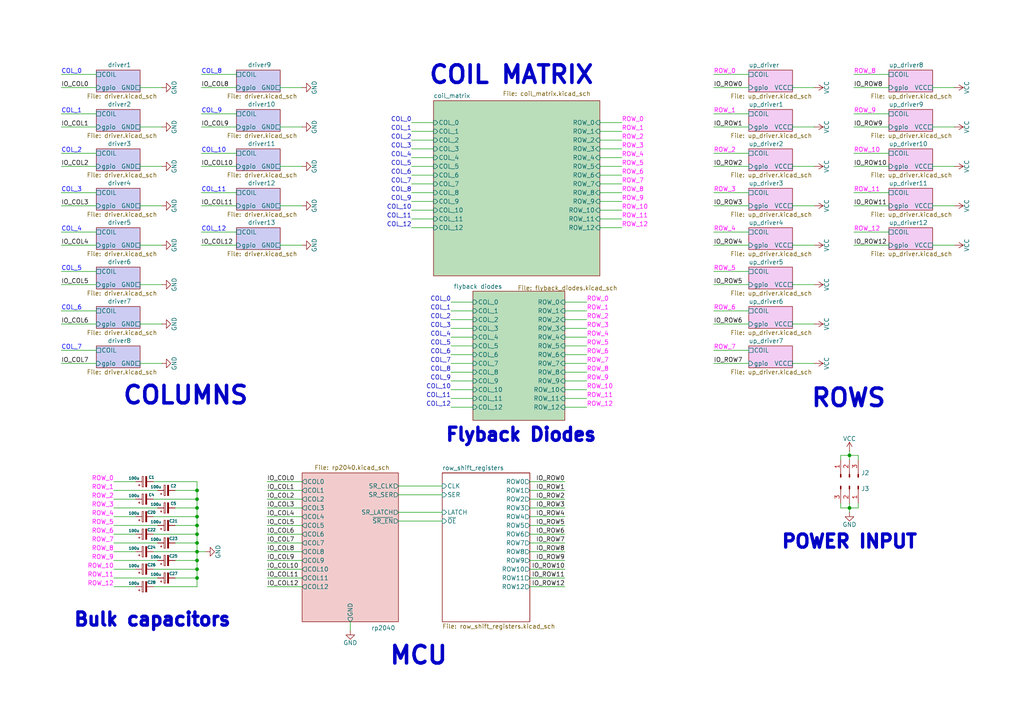
<source format=kicad_sch>
(kicad_sch (version 20231120) (generator "eeschema") (generator_version "8.0")
  (paper "A4")
  (title_block (title "Magtrix Tic Tac Toe") (date "2024-08-01") (rev "0.1") (comment 1 "Jonas Stirnemann") (comment 2 "08/2024"))
  (junction (at 57.15 152.4))
  (junction (at -119.38 57.15))
  (junction (at 57.15 147.32))
  (junction (at 57.15 165.1))
  (junction (at -133.35 73.66))
  (junction (at 57.15 149.86))
  (junction (at 57.15 154.94))
  (junction (at 57.15 157.48))
  (junction (at 57.15 167.64))
  (junction (at -128.27 105.41))
  (junction (at 246.38 147.32))
  (junction (at -143.51 73.66))
  (junction (at -119.38 115.57))
  (junction (at -143.51 105.41))
  (junction (at 57.15 142.24))
  (junction (at -133.35 57.15))
  (junction (at 57.15 160.02))
  (junction (at 246.38 132.08))
  (junction (at 57.15 162.56))
  (junction (at 57.15 144.78))
  (wire (pts (xy 17.78 93.98) (xy 27.94 93.98)))
  (wire (pts (xy 257.81 36.83) (xy 247.65 36.83)))
  (wire (pts (xy 57.15 147.32) (xy 57.15 149.86)))
  (wire (pts (xy 17.78 82.55) (xy 27.94 82.55)))
  (wire (pts (xy 137.16 90.17) (xy 130.81 90.17)))
  (wire (pts (xy 247.65 67.31) (xy 257.81 67.31)))
  (wire (pts (xy 44.45 139.7) (xy 57.15 139.7)))
  (wire (pts (xy 17.78 33.02) (xy 27.94 33.02)))
  (wire (pts (xy -143.51 59.69) (xy -143.51 57.15)))
  (wire (pts (xy 246.38 130.81) (xy 246.38 132.08)))
  (wire (pts (xy 57.15 167.64) (xy 57.15 170.18)))
  (wire (pts (xy 40.64 105.41) (xy 46.99 105.41)))
  (wire (pts (xy 125.73 53.34) (xy 119.38 53.34)))
  (wire (pts (xy 207.01 21.59) (xy 217.17 21.59)))
  (wire (pts (xy 77.47 167.64) (xy 87.63 167.64)))
  (wire (pts (xy 33.02 157.48) (xy 45.72 157.48)))
  (wire (pts (xy 115.57 151.13) (xy 128.27 151.13)))
  (wire (pts (xy 81.28 71.12) (xy 87.63 71.12)))
  (wire (pts (xy 81.28 59.69) (xy 87.63 59.69)))
  (wire (pts (xy 229.87 48.26) (xy 236.22 48.26)))
  (wire (pts (xy 153.67 142.24) (xy 163.83 142.24)))
  (wire (pts (xy 40.64 82.55) (xy 46.99 82.55)))
  (wire (pts (xy 180.34 38.1) (xy 173.99 38.1)))
  (wire (pts (xy 81.28 36.83) (xy 87.63 36.83)))
  (wire (pts (xy 57.15 160.02) (xy 57.15 162.56)))
  (wire (pts (xy 137.16 92.71) (xy 130.81 92.71)))
  (wire (pts (xy 40.64 71.12) (xy 46.99 71.12)))
  (wire (pts (xy 58.42 55.88) (xy 68.58 55.88)))
  (wire (pts (xy 229.87 36.83) (xy 236.22 36.83)))
  (wire (pts (xy 180.34 50.8) (xy 173.99 50.8)))
  (wire (pts (xy 170.18 102.87) (xy 163.83 102.87)))
  (wire (pts (xy 57.15 149.86) (xy 57.15 152.4)))
  (wire (pts (xy -143.51 66.04) (xy -143.51 64.77)))
  (wire (pts (xy 125.73 63.5) (xy 119.38 63.5)))
  (wire (pts (xy -119.38 57.15) (xy -133.35 57.15)))
  (wire (pts (xy 17.78 90.17) (xy 27.94 90.17)))
  (wire (pts (xy 217.17 105.41) (xy 207.01 105.41)))
  (wire (pts (xy -128.27 115.57) (xy -119.38 115.57)))
  (wire (pts (xy 125.73 60.96) (xy 119.38 60.96)))
  (wire (pts (xy 229.87 82.55) (xy 236.22 82.55)))
  (wire (pts (xy 153.67 162.56) (xy 163.83 162.56)))
  (wire (pts (xy 125.73 43.18) (xy 119.38 43.18)))
  (wire (pts (xy 58.42 44.45) (xy 68.58 44.45)))
  (wire (pts (xy 137.16 105.41) (xy 130.81 105.41)))
  (wire (pts (xy 125.73 48.26) (xy 119.38 48.26)))
  (wire (pts (xy 77.47 165.1) (xy 87.63 165.1)))
  (wire (pts (xy 153.67 160.02) (xy 163.83 160.02)))
  (wire (pts (xy -133.35 57.15) (xy -133.35 62.23)))
  (wire (pts (xy 246.38 147.32) (xy 246.38 146.05)))
  (wire (pts (xy 77.47 154.94) (xy 87.63 154.94)))
  (wire (pts (xy 57.15 160.02) (xy 59.69 160.02)))
  (wire (pts (xy 115.57 143.51) (xy 128.27 143.51)))
  (wire (pts (xy 17.78 59.69) (xy 27.94 59.69)))
  (wire (pts (xy 170.18 92.71) (xy 163.83 92.71)))
  (wire (pts (xy 58.42 59.69) (xy 68.58 59.69)))
  (wire (pts (xy 229.87 105.41) (xy 236.22 105.41)))
  (wire (pts (xy 217.17 36.83) (xy 207.01 36.83)))
  (wire (pts (xy 17.78 25.4) (xy 27.94 25.4)))
  (wire (pts (xy 217.17 71.12) (xy 207.01 71.12)))
  (wire (pts (xy -133.35 73.66) (xy -127 73.66)))
  (wire (pts (xy 170.18 105.41) (xy 163.83 105.41)))
  (wire (pts (xy 40.64 59.69) (xy 46.99 59.69)))
  (wire (pts (xy 153.67 149.86) (xy 163.83 149.86)))
  (wire (pts (xy 170.18 110.49) (xy 163.83 110.49)))
  (wire (pts (xy 115.57 140.97) (xy 128.27 140.97)))
  (wire (pts (xy 180.34 60.96) (xy 173.99 60.96)))
  (wire (pts (xy 243.84 133.35) (xy 243.84 132.08)))
  (wire (pts (xy 247.65 21.59) (xy 257.81 21.59)))
  (wire (pts (xy 33.02 147.32) (xy 45.72 147.32)))
  (wire (pts (xy 270.51 48.26) (xy 276.86 48.26)))
  (wire (pts (xy 137.16 113.03) (xy 130.81 113.03)))
  (wire (pts (xy 58.42 67.31) (xy 68.58 67.31)))
  (wire (pts (xy 229.87 93.98) (xy 236.22 93.98)))
  (wire (pts (xy 57.15 142.24) (xy 57.15 144.78)))
  (wire (pts (xy 17.78 48.26) (xy 27.94 48.26)))
  (wire (pts (xy 17.78 71.12) (xy 27.94 71.12)))
  (wire (pts (xy 50.8 162.56) (xy 57.15 162.56)))
  (wire (pts (xy 57.15 154.94) (xy 57.15 157.48)))
  (wire (pts (xy 170.18 107.95) (xy 163.83 107.95)))
  (wire (pts (xy -143.51 105.41) (xy -128.27 105.41)))
  (wire (pts (xy 44.45 165.1) (xy 57.15 165.1)))
  (wire (pts (xy 125.73 55.88) (xy 119.38 55.88)))
  (wire (pts (xy 17.78 105.41) (xy 27.94 105.41)))
  (wire (pts (xy 170.18 113.03) (xy 163.83 113.03)))
  (wire (pts (xy -119.38 78.74) (xy -119.38 85.09)))
  (wire (pts (xy -143.51 118.11) (xy -143.51 119.38)))
  (wire (pts (xy 81.28 25.4) (xy 87.63 25.4)))
  (wire (pts (xy 81.28 48.26) (xy 87.63 48.26)))
  (wire (pts (xy 137.16 107.95) (xy 130.81 107.95)))
  (wire (pts (xy 207.01 101.6) (xy 217.17 101.6)))
  (wire (pts (xy 77.47 152.4) (xy 87.63 152.4)))
  (wire (pts (xy 57.15 162.56) (xy 57.15 165.1)))
  (wire (pts (xy -119.38 110.49) (xy -119.38 115.57)))
  (wire (pts (xy 257.81 48.26) (xy 247.65 48.26)))
  (wire (pts (xy 248.92 133.35) (xy 248.92 132.08)))
  (wire (pts (xy 270.51 71.12) (xy 276.86 71.12)))
  (wire (pts (xy 180.34 53.34) (xy 173.99 53.34)))
  (wire (pts (xy 153.67 154.94) (xy 163.83 154.94)))
  (wire (pts (xy 77.47 139.7) (xy 87.63 139.7)))
  (wire (pts (xy 58.42 48.26) (xy 68.58 48.26)))
  (wire (pts (xy 257.81 25.4) (xy 247.65 25.4)))
  (wire (pts (xy 137.16 97.79) (xy 130.81 97.79)))
  (wire (pts (xy 207.01 44.45) (xy 217.17 44.45)))
  (wire (pts (xy 44.45 144.78) (xy 57.15 144.78)))
  (wire (pts (xy 17.78 67.31) (xy 27.94 67.31)))
  (wire (pts (xy 229.87 25.4) (xy 236.22 25.4)))
  (wire (pts (xy 170.18 100.33) (xy 163.83 100.33)))
  (wire (pts (xy 248.92 146.05) (xy 248.92 147.32)))
  (wire (pts (xy 40.64 36.83) (xy 46.99 36.83)))
  (wire (pts (xy -128.27 114.3) (xy -128.27 115.57)))
  (wire (pts (xy 217.17 25.4) (xy 207.01 25.4)))
  (wire (pts (xy -143.51 57.15) (xy -133.35 57.15)))
  (wire (pts (xy 229.87 59.69) (xy 236.22 59.69)))
  (wire (pts (xy 180.34 55.88) (xy 173.99 55.88)))
  (wire (pts (xy -133.35 67.31) (xy -133.35 73.66)))
  (wire (pts (xy 137.16 110.49) (xy 130.81 110.49)))
  (wire (pts (xy 57.15 152.4) (xy 57.15 154.94)))
  (wire (pts (xy 44.45 154.94) (xy 57.15 154.94)))
  (wire (pts (xy 77.47 170.18) (xy 87.63 170.18)))
  (wire (pts (xy -143.51 73.66) (xy -133.35 73.66)))
  (wire (pts (xy 137.16 100.33) (xy 130.81 100.33)))
  (wire (pts (xy 77.47 149.86) (xy 87.63 149.86)))
  (wire (pts (xy -119.38 57.15) (xy -119.38 68.58)))
  (wire (pts (xy -148.59 73.66) (xy -143.51 73.66)))
  (wire (pts (xy 246.38 132.08) (xy 246.38 133.35)))
  (wire (pts (xy 115.57 148.59) (xy 128.27 148.59)))
  (wire (pts (xy -119.38 57.15) (xy -116.84 57.15)))
  (wire (pts (xy 248.92 147.32) (xy 246.38 147.32)))
  (wire (pts (xy 17.78 55.88) (xy 27.94 55.88)))
  (wire (pts (xy 170.18 118.11) (xy 163.83 118.11)))
  (wire (pts (xy -143.51 105.41) (xy -143.51 106.68)))
  (wire (pts (xy 33.02 154.94) (xy 39.37 154.94)))
  (wire (pts (xy 137.16 87.63) (xy 130.81 87.63)))
  (wire (pts (xy 170.18 115.57) (xy 163.83 115.57)))
  (wire (pts (xy 153.67 157.48) (xy 163.83 157.48)))
  (wire (pts (xy 33.02 152.4) (xy 45.72 152.4)))
  (wire (pts (xy 217.17 59.69) (xy 207.01 59.69)))
  (wire (pts (xy 58.42 21.59) (xy 68.58 21.59)))
  (wire (pts (xy 125.73 66.04) (xy 119.38 66.04)))
  (wire (pts (xy 77.47 147.32) (xy 87.63 147.32)))
  (wire (pts (xy 229.87 71.12) (xy 236.22 71.12)))
  (wire (pts (xy 77.47 160.02) (xy 87.63 160.02)))
  (wire (pts (xy 33.02 170.18) (xy 39.37 170.18)))
  (wire (pts (xy 207.01 78.74) (xy 217.17 78.74)))
  (wire (pts (xy 33.02 165.1) (xy 39.37 165.1)))
  (wire (pts (xy 243.84 146.05) (xy 243.84 147.32)))
  (wire (pts (xy 17.78 36.83) (xy 27.94 36.83)))
  (wire (pts (xy 180.34 43.18) (xy 173.99 43.18)))
  (wire (pts (xy 33.02 144.78) (xy 39.37 144.78)))
  (wire (pts (xy 137.16 118.11) (xy 130.81 118.11)))
  (wire (pts (xy 153.67 170.18) (xy 163.83 170.18)))
  (wire (pts (xy 243.84 132.08) (xy 246.38 132.08)))
  (wire (pts (xy 50.8 157.48) (xy 57.15 157.48)))
  (wire (pts (xy 207.01 90.17) (xy 217.17 90.17)))
  (wire (pts (xy 50.8 142.24) (xy 57.15 142.24)))
  (wire (pts (xy 180.34 58.42) (xy 173.99 58.42)))
  (wire (pts (xy 57.15 144.78) (xy 57.15 147.32)))
  (wire (pts (xy 125.73 58.42) (xy 119.38 58.42)))
  (wire (pts (xy 58.42 25.4) (xy 68.58 25.4)))
  (wire (pts (xy 44.45 149.86) (xy 57.15 149.86)))
  (wire (pts (xy 101.6 180.34) (xy 101.6 182.88)))
  (wire (pts (xy 153.67 147.32) (xy 163.83 147.32)))
  (wire (pts (xy 17.78 21.59) (xy 27.94 21.59)))
  (wire (pts (xy 170.18 97.79) (xy 163.83 97.79)))
  (wire (pts (xy 33.02 162.56) (xy 45.72 162.56)))
  (wire (pts (xy 180.34 63.5) (xy 173.99 63.5)))
  (wire (pts (xy 207.01 55.88) (xy 217.17 55.88)))
  (wire (pts (xy 57.15 157.48) (xy 57.15 160.02)))
  (wire (pts (xy -128.27 105.41) (xy -127 105.41)))
  (wire (pts (xy 137.16 102.87) (xy 130.81 102.87)))
  (wire (pts (xy 180.34 35.56) (xy 173.99 35.56)))
  (wire (pts (xy 58.42 36.83) (xy 68.58 36.83)))
  (wire (pts (xy 217.17 82.55) (xy 207.01 82.55)))
  (wire (pts (xy 170.18 87.63) (xy 163.83 87.63)))
  (wire (pts (xy 50.8 152.4) (xy 57.15 152.4)))
  (wire (pts (xy 77.47 142.24) (xy 87.63 142.24)))
  (wire (pts (xy 248.92 132.08) (xy 246.38 132.08)))
  (wire (pts (xy 207.01 67.31) (xy 217.17 67.31)))
  (wire (pts (xy 207.01 33.02) (xy 217.17 33.02)))
  (wire (pts (xy 77.47 157.48) (xy 87.63 157.48)))
  (wire (pts (xy -119.38 92.71) (xy -119.38 100.33)))
  (wire (pts (xy 153.67 167.64) (xy 163.83 167.64)))
  (wire (pts (xy 40.64 93.98) (xy 46.99 93.98)))
  (wire (pts (xy 217.17 48.26) (xy 207.01 48.26)))
  (wire (pts (xy 33.02 160.02) (xy 39.37 160.02)))
  (wire (pts (xy 257.81 71.12) (xy 247.65 71.12)))
  (wire (pts (xy -119.38 115.57) (xy -119.38 119.38)))
  (wire (pts (xy 33.02 149.86) (xy 39.37 149.86)))
  (wire (pts (xy 247.65 55.88) (xy 257.81 55.88)))
  (wire (pts (xy 58.42 71.12) (xy 68.58 71.12)))
  (wire (pts (xy 243.84 147.32) (xy 246.38 147.32)))
  (wire (pts (xy 257.81 59.69) (xy 247.65 59.69)))
  (wire (pts (xy 58.42 33.02) (xy 68.58 33.02)))
  (wire (pts (xy 77.47 162.56) (xy 87.63 162.56)))
  (wire (pts (xy 247.65 44.45) (xy 257.81 44.45)))
  (wire (pts (xy 57.15 165.1) (xy 57.15 167.64)))
  (wire (pts (xy 170.18 95.25) (xy 163.83 95.25)))
  (wire (pts (xy 270.51 25.4) (xy 276.86 25.4)))
  (wire (pts (xy 153.67 144.78) (xy 163.83 144.78)))
  (wire (pts (xy 57.15 139.7) (xy 57.15 142.24)))
  (wire (pts (xy -148.59 105.41) (xy -143.51 105.41)))
  (wire (pts (xy 50.8 167.64) (xy 57.15 167.64)))
  (wire (pts (xy 44.45 160.02) (xy 57.15 160.02)))
  (wire (pts (xy 170.18 90.17) (xy 163.83 90.17)))
  (wire (pts (xy 180.34 40.64) (xy 173.99 40.64)))
  (wire (pts (xy 50.8 147.32) (xy 57.15 147.32)))
  (wire (pts (xy 125.73 45.72) (xy 119.38 45.72)))
  (wire (pts (xy 246.38 148.59) (xy 246.38 147.32)))
  (wire (pts (xy 137.16 115.57) (xy 130.81 115.57)))
  (wire (pts (xy 247.65 33.02) (xy 257.81 33.02)))
  (wire (pts (xy -143.51 111.76) (xy -143.51 113.03)))
  (wire (pts (xy 180.34 48.26) (xy 173.99 48.26)))
  (wire (pts (xy 125.73 50.8) (xy 119.38 50.8)))
  (wire (pts (xy 180.34 45.72) (xy 173.99 45.72)))
  (wire (pts (xy 17.78 78.74) (xy 27.94 78.74)))
  (wire (pts (xy 125.73 35.56) (xy 119.38 35.56)))
  (wire (pts (xy 217.17 93.98) (xy 207.01 93.98)))
  (wire (pts (xy -143.51 71.12) (xy -143.51 73.66)))
  (wire (pts (xy 153.67 139.7) (xy 163.83 139.7)))
  (wire (pts (xy 40.64 48.26) (xy 46.99 48.26)))
  (wire (pts (xy 77.47 144.78) (xy 87.63 144.78)))
  (wire (pts (xy 17.78 101.6) (xy 27.94 101.6)))
  (wire (pts (xy 125.73 38.1) (xy 119.38 38.1)))
  (wire (pts (xy 17.78 44.45) (xy 27.94 44.45)))
  (wire (pts (xy 270.51 59.69) (xy 276.86 59.69)))
  (wire (pts (xy 33.02 142.24) (xy 45.72 142.24)))
  (wire (pts (xy 40.64 25.4) (xy 46.99 25.4)))
  (wire (pts (xy 153.67 152.4) (xy 163.83 152.4)))
  (wire (pts (xy 180.34 66.04) (xy 173.99 66.04)))
  (wire (pts (xy 137.16 95.25) (xy 130.81 95.25)))
  (wire (pts (xy 33.02 167.64) (xy 45.72 167.64)))
  (wire (pts (xy 125.73 40.64) (xy 119.38 40.64)))
  (wire (pts (xy 44.45 170.18) (xy 57.15 170.18)))
  (wire (pts (xy 153.67 165.1) (xy 163.83 165.1)))
  (wire (pts (xy 33.02 139.7) (xy 39.37 139.7)))
  (wire (pts (xy -128.27 105.41) (xy -128.27 109.22)))
  (wire (pts (xy 270.51 36.83) (xy 276.86 36.83)))
  (text "COIL MATRIX" (at 148.336 21.844 0) (effects (font (size 5.08 5.08) (thickness 1.016) (bold yes))))
  (text "COLUMNS" (at 53.848 114.808 0) (effects (font (size 5.08 5.08) (thickness 1.016) (bold yes))))
  (text "1 ohm" (at -112.776 89.408 0) (effects (font (size 1.27 1.27))))
  (text "Bulk capacitors" (at 44.196 179.832 0) (effects (font (size 3.81 3.81) (thickness 1.016) (bold yes))))
  (text "POWER INPUT\n" (at 246.38 157.226 0) (effects (font (size 3.81 3.81) (thickness 1.016) (bold yes))))
  (text "GPIO AS OPEN DRAIN" (at -150.368 77.47 0) (effects (font (size 1.27 1.27))))
  (text "Flyback Diodes" (at 151.13 126.238 0) (effects (font (size 3.81 3.81) (thickness 1.016) (bold yes))))
  (text "MCU" (at 121.412 190.246 0) (effects (font (size 5.08 5.08) (thickness 1.016) (bold yes))))
  (text "ROWS" (at 246.126 115.57 0) (effects (font (size 5.08 5.08) (thickness 1.016) (bold yes))))
  (text "NMOS" (at -114.554 107.95 0) (effects (font (size 1.27 1.27))))
  (text "GPIO AS PUSH PULL" (at -150.876 103.632 0) (effects (font (size 1.27 1.27))))
  (label "ROW_4" (at 207.01 67.31 0))
  (label "IO_COL1" (at 77.47 142.24 0))
  (label "COL_12" (at 119.38 66.04 180))
  (label "IO_ROW1" (at 163.83 142.24 180))
  (label "ROW_6" (at 33.02 154.94 180))
  (label "IO_COL8" (at 77.47 160.02 0))
  (label "IO_COL11" (at 58.42 59.69 0))
  (label "COL_1" (at 119.38 38.1 180))
  (label "IO_COL1" (at 17.78 36.83 0))
  (label "COL_7" (at 130.81 105.41 180))
  (label "IO_ROW6" (at 207.01 93.98 0))
  (label "COL_1" (at 130.81 90.17 180))
  (label "ROW_6" (at 170.18 102.87 0))
  (label "ROW_10" (at 33.02 165.1 180))
  (label "COL_3" (at 17.78 55.88 0))
  (label "COL_6" (at 119.38 50.8 180))
  (label "IO_COL12" (at 58.42 71.12 0))
  (label "ROW_11" (at 247.65 55.88 0))
  (label "COL_2" (at 17.78 44.45 0))
  (label "ROW_11" (at 180.34 63.5 0))
  (label "IO_ROW9" (at 247.65 36.83 0))
  (label "ROW_8" (at 33.02 160.02 180))
  (label "COL_11" (at 130.81 115.57 180))
  (label "IO_ROW4" (at 163.83 149.86 180))
  (label "ROW_2" (at 33.02 144.78 180))
  (label "IO_COL3" (at 77.47 147.32 0))
  (label "ROW_7" (at 33.02 157.48 180))
  (label "COL_8" (at 58.42 21.59 0))
  (label "COL_10" (at 58.42 44.45 0))
  (label "ROW_9" (at 247.65 33.02 0))
  (label "IO_ROW0" (at 207.01 25.4 0))
  (label "ROW_11" (at 33.02 167.64 180))
  (label "ROW_7" (at 207.01 101.6 0))
  (label "IO_COL9" (at 77.47 162.56 0))
  (label "COL_9" (at 58.42 33.02 0))
  (label "COL_12" (at 58.42 67.31 0))
  (label "COL_9" (at 119.38 58.42 180))
  (label "COL_2" (at 119.38 40.64 180))
  (label "COL_8" (at 119.38 55.88 180))
  (label "COL_5" (at 119.38 48.26 180))
  (label "COL_4" (at 17.78 67.31 0))
  (label "IO_ROW3" (at 207.01 59.69 0))
  (label "IO_ROW1" (at 207.01 36.83 0))
  (label "IO_COL5" (at 17.78 82.55 0))
  (label "IO_COL11" (at 77.47 167.64 0))
  (label "COL_4" (at 119.38 45.72 180))
  (label "ROW_3" (at 33.02 147.32 180))
  (label "ROW_0" (at 207.01 21.59 0))
  (label "IO_COL0" (at 77.47 139.7 0))
  (label "ROW_3" (at 170.18 95.25 0))
  (label "COL_5" (at 17.78 78.74 0))
  (label "COL_8" (at 130.81 107.95 180))
  (label "IO_ROW8" (at 163.83 160.02 180))
  (label "ROW_5" (at 33.02 152.4 180))
  (label "IO_COL8" (at 58.42 25.4 0))
  (label "IO_ROW11" (at 247.65 59.69 0))
  (label "IO_COL5" (at 77.47 152.4 0))
  (label "IO_ROW3" (at 163.83 147.32 180))
  (label "IO_COL7" (at 77.47 157.48 0))
  (label "ROW_4" (at 170.18 97.79 0))
  (label "ROW_2" (at 207.01 44.45 0))
  (label "ROW_8" (at 170.18 107.95 0))
  (label "IO_ROW6" (at 163.83 154.94 180))
  (label "ROW_12" (at 180.34 66.04 0))
  (label "IO_ROW7" (at 207.01 105.41 0))
  (label "IO_COL4" (at 17.78 71.12 0))
  (label "ROW_1" (at 207.01 33.02 0))
  (label "COL_3" (at 119.38 43.18 180))
  (label "ROW_8" (at 180.34 55.88 0))
  (label "IO_ROW10" (at 163.83 165.1 180))
  (label "COL_3" (at 130.81 95.25 180))
  (label "IO_COL2" (at 17.78 48.26 0))
  (label "IO_ROW0" (at 163.83 139.7 180))
  (label "ROW_6" (at 180.34 50.8 0))
  (label "COL_11" (at 119.38 63.5 180))
  (label "COL_11" (at 58.42 55.88 0))
  (label "COL_9" (at 130.81 110.49 180))
  (label "IO_COL6" (at 77.47 154.94 0))
  (label "IO_COL10" (at 58.42 48.26 0))
  (label "ROW_9" (at 180.34 58.42 0))
  (label "IO_COL10" (at 77.47 165.1 0))
  (label "IO_ROW11" (at 163.83 167.64 180))
  (label "ROW_0" (at 180.34 35.56 0))
  (label "ROW_1" (at 170.18 90.17 0))
  (label "ROW_5" (at 170.18 100.33 0))
  (label "ROW_10" (at 247.65 44.45 0))
  (label "IO_COL6" (at 17.78 93.98 0))
  (label "ROW_9" (at 170.18 110.49 0))
  (label "ROW_12" (at 170.18 118.11 0))
  (label "ROW_10" (at 180.34 60.96 0))
  (label "ROW_1" (at 33.02 142.24 180))
  (label "COL_0" (at 130.81 87.63 180))
  (label "IO_ROW4" (at 207.01 71.12 0))
  (label "IO_ROW5" (at 163.83 152.4 180))
  (label "ROW_5" (at 207.01 78.74 0))
  (label "COL_7" (at 17.78 101.6 0))
  (label "ROW_10" (at 170.18 113.03 0))
  (label "ROW_2" (at 180.34 40.64 0))
  (label "ROW_9" (at 33.02 162.56 180))
  (label "ROW_1" (at 180.34 38.1 0))
  (label "COL_4" (at 130.81 97.79 180))
  (label "IO_ROW7" (at 163.83 157.48 180))
  (label "COL_6" (at 17.78 90.17 0))
  (label "IO_ROW10" (at 247.65 48.26 0))
  (label "COL_5" (at 130.81 100.33 180))
  (label "COL_10" (at 119.38 60.96 180))
  (label "ROW_12" (at 33.02 170.18 180))
  (label "IO_ROW8" (at 247.65 25.4 0))
  (label "ROW_11" (at 170.18 115.57 0))
  (label "IO_ROW2" (at 163.83 144.78 180))
  (label "ROW_5" (at 180.34 48.26 0))
  (label "ROW_12" (at 247.65 67.31 0))
  (label "COL_0" (at 17.78 21.59 0))
  (label "COL_0" (at 119.38 35.56 180))
  (label "ROW_2" (at 170.18 92.71 0))
  (label "COL_10" (at 130.81 113.03 180))
  (label "ROW_8" (at 247.65 21.59 0))
  (label "ROW_4" (at 33.02 149.86 180))
  (label "ROW_0" (at 170.18 87.63 0))
  (label "ROW_0" (at 33.02 139.7 180))
  (label "IO_COL0" (at 17.78 25.4 0))
  (label "COL_1" (at 17.78 33.02 0))
  (label "ROW_7" (at 180.34 53.34 0))
  (label "ROW_3" (at 180.34 43.18 0))
  (label "COL_12" (at 130.81 118.11 180))
  (label "IO_COL2" (at 77.47 144.78 0))
  (label "IO_ROW12" (at 247.65 71.12 0))
  (label "IO_COL7" (at 17.78 105.41 0))
  (label "IO_COL12" (at 77.47 170.18 0))
  (label "IO_ROW2" (at 207.01 48.26 0))
  (label "IO_COL4" (at 77.47 149.86 0))
  (label "IO_COL3" (at 17.78 59.69 0))
  (label "ROW_4" (at 180.34 45.72 0))
  (label "IO_ROW12" (at 163.83 170.18 180))
  (label "ROW_3" (at 207.01 55.88 0))
  (label "IO_ROW9" (at 163.83 162.56 180))
  (label "IO_COL9" (at 58.42 36.83 0))
  (label "COL_6" (at 130.81 102.87 180))
  (label "COL_7" (at 119.38 53.34 180))
  (label "IO_ROW5" (at 207.01 82.55 0))
  (label "COL_2" (at 130.81 92.71 180))
  (label "ROW_6" (at 207.01 90.17 0))
  (label "ROW_7" (at 170.18 105.41 0))
  (hierarchical_label "gpio" (shape input) (at -148.59 105.41 180))
  (hierarchical_label "VCC" (shape passive) (at -116.84 57.15 0))
  (hierarchical_label "gpio" (shape input) (at -148.59 73.66 180))
  (symbol (lib_id "power:GND") (at 46.99 71.12 90) (unit 1)
    (property "Reference" "#PWR011" (effects (hide yes)))
    (property "Value" "GND" (at 50.546 71.12 0))
    (property "Description" "Power symbol creates a global label with name \"GND\" , ground" (effects (hide yes)))
  )
  (symbol (lib_id "square_coils:top_coil") (at -119.38 88.9 0) (unit 1)
    (property "Reference" "TOP8" (at -127.508 86.36 0) (effects (justify left)))
    (property "Value" "top_coil" (at -128.016 91.186 0) (effects (justify left)))
    (property "Footprint" "libs:top_coil" (effects (hide yes)))
    (property "Description" "Electromagnetic actor" (effects (hide yes)))
  )
  (symbol (lib_id "power:GND") (at -119.38 119.38 0) (unit 1)
    (property "Reference" "#PWR024" (effects (hide yes)))
    (property "Value" "GND" (at -119.38 122.936 0))
    (property "Description" "Power symbol creates a global label with name \"GND\" , ground" (effects (hide yes)))
  )
  (symbol (lib_id "power:VCC") (at 236.22 71.12 270) (unit 1)
    (property "Reference" "#PWR063" (effects (hide yes)))
    (property "Value" "VCC" (at 239.776 71.12 0))
    (property "Description" "Power symbol creates a global label with name \"VCC\"" (effects (hide yes)))
  )
  (symbol (lib_id "Device:C_Polarized_Small") (at 48.26 157.48 90) (unit 1)
    (property "Reference" "C23" (at 50.292 156.21 90) (effects (font (size 0.8 0.8))))
    (property "Value" "100u" (at 45.212 156.464 90) (effects (font (size 0.8 0.8))))
    (property "Footprint" "BULK:CAPAE660X800N" (effects (hide yes)))
    (property "Description" "Polarized capacitor, small symbol" (effects (hide yes)))
    (property "MFR" "VZL101M1ETR-0607 " (effects (hide yes)))
    (property "MOUSER" "140-VZL101M1ETR-0607 " (effects (hide yes)))
  )
  (symbol (lib_id "power:VCC") (at 276.86 25.4 270) (unit 1)
    (property "Reference" "#PWR067" (effects (hide yes)))
    (property "Value" "VCC" (at 280.416 25.4 0))
    (property "Description" "Power symbol creates a global label with name \"VCC\"" (effects (hide yes)))
  )
  (symbol (lib_id "Simulation_SPICE:NMOS") (at -121.92 105.41 0) (unit 1)
    (property "Reference" "Q14" (at -117.348 103.378 0) (effects (justify left)))
    (property "Value" "BUK6D120" (at -117.348 105.41 0) (effects (justify left)))
    (property "Footprint" "TRANSISTOR_NMOS:TRANS_BUK9D23-40EX" (effects (hide yes)))
    (property "Datasheet" "https://www.lcsc.com/datasheet/lcsc_datasheet_2305191651_MDD-Microdiode-Electronics-MDD50N03D_C5357578.pdf" (effects (hide yes)))
    (property "MOUSER" " 771-BUK6D120-40EX " (effects (hide yes)))
    (property "MFR" " BUK6D120-40EX " (effects (hide yes)))
  )
  (symbol (lib_id "power:VCC") (at 276.86 59.69 270) (unit 1)
    (property "Reference" "#PWR070" (effects (hide yes)))
    (property "Value" "VCC" (at 280.416 59.69 0))
    (property "Description" "Power symbol creates a global label with name \"VCC\"" (effects (hide yes)))
  )
  (symbol (lib_id "power:GND") (at 46.99 105.41 90) (unit 1)
    (property "Reference" "#PWR017" (effects (hide yes)))
    (property "Value" "GND" (at 50.546 105.41 0))
    (property "Description" "Power symbol creates a global label with name \"GND\" , ground" (effects (hide yes)))
  )
  (symbol (lib_id "power:GND") (at 46.99 25.4 90) (unit 1)
    (property "Reference" "#PWR05" (effects (hide yes)))
    (property "Value" "GND" (at 50.546 25.4 0))
    (property "Description" "Power symbol creates a global label with name \"GND\" , ground" (effects (hide yes)))
  )
  (symbol (lib_id "power:GND") (at 46.99 59.69 90) (unit 1)
    (property "Reference" "#PWR09" (effects (hide yes)))
    (property "Value" "GND" (at 50.546 59.69 0))
    (property "Description" "Power symbol creates a global label with name \"GND\" , ground" (effects (hide yes)))
  )
  (symbol (lib_id "power:VCC") (at 246.38 130.81 0) (unit 1)
    (property "Reference" "#PWR075" (effects (hide yes)))
    (property "Value" "VCC" (at 246.38 127.254 0))
    (property "Description" "Power symbol creates a global label with name \"VCC\"" (effects (hide yes)))
  )
  (symbol (lib_id "power:GND") (at 46.99 93.98 90) (unit 1)
    (property "Reference" "#PWR015" (effects (hide yes)))
    (property "Value" "GND" (at 50.546 93.98 0))
    (property "Description" "Power symbol creates a global label with name \"GND\" , ground" (effects (hide yes)))
  )
  (symbol (lib_id "power:VCC") (at 236.22 48.26 270) (unit 1)
    (property "Reference" "#PWR061" (effects (hide yes)))
    (property "Value" "VCC" (at 239.776 48.26 0))
    (property "Description" "Power symbol creates a global label with name \"VCC\"" (effects (hide yes)))
  )
  (symbol (lib_id "Device:C_Polarized_Small") (at 41.91 154.94 90) (unit 1)
    (property "Reference" "C22" (at 43.942 153.67 90) (effects (font (size 0.8 0.8))))
    (property "Value" "100u" (at 38.862 153.924 90) (effects (font (size 0.8 0.8))))
    (property "Footprint" "BULK:CAPAE660X800N" (effects (hide yes)))
    (property "Description" "Polarized capacitor, small symbol" (effects (hide yes)))
    (property "MFR" "VZL101M1ETR-0607 " (effects (hide yes)))
    (property "MOUSER" "140-VZL101M1ETR-0607 " (effects (hide yes)))
  )
  (symbol (lib_id "Device:C_Polarized_Small") (at 48.26 142.24 90) (unit 1)
    (property "Reference" "C2" (at 50.292 140.97 90) (effects (font (size 0.8 0.8))))
    (property "Value" "100u" (at 45.212 141.224 90) (effects (font (size 0.8 0.8))))
    (property "Footprint" "BULK:CAPAE660X800N" (effects (hide yes)))
    (property "Description" "Polarized capacitor, small symbol" (effects (hide yes)))
    (property "MFR" "VZL101M1ETR-0607 " (effects (hide yes)))
    (property "MOUSER" "140-VZL101M1ETR-0607 " (effects (hide yes)))
  )
  (symbol (lib_id "power:GND") (at 101.6 182.88 0) (unit 1)
    (property "Reference" "#PWR077" (effects (hide yes)))
    (property "Value" "GND" (at 101.6 186.436 0))
    (property "Description" "Power symbol creates a global label with name \"GND\" , ground" (effects (hide yes)))
  )
  (symbol (lib_id "power:VCC") (at 276.86 36.83 270) (unit 1)
    (property "Reference" "#PWR068" (effects (hide yes)))
    (property "Value" "VCC" (at 280.416 36.83 0))
    (property "Description" "Power symbol creates a global label with name \"VCC\"" (effects (hide yes)))
  )
  (symbol (lib_id "power:GND") (at 46.99 82.55 90) (unit 1)
    (property "Reference" "#PWR013" (effects (hide yes)))
    (property "Value" "GND" (at 50.546 82.55 0))
    (property "Description" "Power symbol creates a global label with name \"GND\" , ground" (effects (hide yes)))
  )
  (symbol (lib_id "power:VCC") (at 236.22 105.41 270) (unit 1)
    (property "Reference" "#PWR066" (effects (hide yes)))
    (property "Value" "VCC" (at 239.776 105.41 0))
    (property "Description" "Power symbol creates a global label with name \"VCC\"" (effects (hide yes)))
  )
  (symbol (lib_id "power:VCC") (at 236.22 93.98 270) (unit 1)
    (property "Reference" "#PWR065" (effects (hide yes)))
    (property "Value" "VCC" (at 239.776 93.98 0))
    (property "Description" "Power symbol creates a global label with name \"VCC\"" (effects (hide yes)))
  )
  (symbol (lib_id "Device:C_Polarized_Small") (at 41.91 165.1 90) (unit 1)
    (property "Reference" "C26" (at 43.942 163.83 90) (effects (font (size 0.8 0.8))))
    (property "Value" "100u" (at 38.862 164.084 90) (effects (font (size 0.8 0.8))))
    (property "Footprint" "BULK:CAPAE660X800N" (effects (hide yes)))
    (property "Description" "Polarized capacitor, small symbol" (effects (hide yes)))
    (property "MFR" "VZL101M1ETR-0607 " (effects (hide yes)))
    (property "MOUSER" "140-VZL101M1ETR-0607 " (effects (hide yes)))
  )
  (symbol (lib_id "power:GND") (at 87.63 71.12 90) (unit 1)
    (property "Reference" "#PWR023" (effects (hide yes)))
    (property "Value" "GND" (at 91.186 71.12 0))
    (property "Description" "Power symbol creates a global label with name \"GND\" , ground" (effects (hide yes)))
  )
  (symbol (lib_id "Simulation_SPICE:PMOS") (at -120.65 72.39 0) (unit 1)
    (property "Reference" "Q15" (at -117.348 71.882 0) (effects (justify left)))
    (property "Value" "BUK6D120-60PX" (at -117.348 75.692 0) (effects (justify left)))
    (property "Footprint" "TRANSISTOR_PMOS:BUK6D12060PX" (effects (hide yes)))
    (property "Datasheet" "https://ngspice.sourceforge.io/docs/ngspice-html-manual/manual.xhtml#cha_MOSFETs" (effects (hide yes)))
    (property "Description" "P-MOSFET transistor, drain/source/gate" (effects (hide yes)))
    (property "Sim.Device" "PMOS" (effects (hide yes)))
    (property "Sim.Type" "VDMOS" (effects (hide yes)))
    (property "Sim.Pins" "1=D 2=G 3=S" (effects (hide yes)))
    (property "MFR" "BUK6D120-60PX " (effects (hide yes)))
    (property "MOUSER" "771-BUK6D120-60PX " (effects (hide yes)))
  )
  (symbol (lib_id "Device:LED_Small_Filled") (at -143.51 109.22 90) (unit 1)
    (property "Reference" "D160" (at -141.986 109.22 90) (effects (justify right)))
    (property "Value" "LED_Small_Filled" (effects (hide yes)))
    (property "Footprint" "LED_SMD:LED_1206_3216Metric" (effects (hide yes)))
    (property "Description" "Light emitting diode, small symbol, filled shape" (effects (hide yes)))
    (property "MOUSER" " 645-599-0210-007F " (effects (hide yes)))
    (property "MFR" "599-0210-007F" (effects (hide yes)))
  )
  (symbol (lib_id "Device:C_Polarized_Small") (at 48.26 152.4 90) (unit 1)
    (property "Reference" "C21" (at 50.292 151.13 90) (effects (font (size 0.8 0.8))))
    (property "Value" "100u" (at 45.212 151.384 90) (effects (font (size 0.8 0.8))))
    (property "Footprint" "BULK:CAPAE660X800N" (effects (hide yes)))
    (property "Description" "Polarized capacitor, small symbol" (effects (hide yes)))
    (property "MFR" "VZL101M1ETR-0607 " (effects (hide yes)))
    (property "MOUSER" "140-VZL101M1ETR-0607 " (effects (hide yes)))
  )
  (symbol (lib_id "Device:C_Polarized_Small") (at 41.91 160.02 90) (unit 1)
    (property "Reference" "C24" (at 43.942 158.75 90) (effects (font (size 0.8 0.8))))
    (property "Value" "100u" (at 38.862 159.004 90) (effects (font (size 0.8 0.8))))
    (property "Footprint" "BULK:CAPAE660X800N" (effects (hide yes)))
    (property "Description" "Polarized capacitor, small symbol" (effects (hide yes)))
    (property "MFR" "VZL101M1ETR-0607 " (effects (hide yes)))
    (property "MOUSER" "140-VZL101M1ETR-0607 " (effects (hide yes)))
  )
  (symbol (lib_id "power:VCC") (at 236.22 36.83 270) (unit 1)
    (property "Reference" "#PWR060" (effects (hide yes)))
    (property "Value" "VCC" (at 239.776 36.83 0))
    (property "Description" "Power symbol creates a global label with name \"VCC\"" (effects (hide yes)))
  )
  (symbol (lib_id "power:GND") (at 46.99 36.83 90) (unit 1)
    (property "Reference" "#PWR03" (effects (hide yes)))
    (property "Value" "GND" (at 50.546 36.83 0))
    (property "Description" "Power symbol creates a global label with name \"GND\" , ground" (effects (hide yes)))
  )
  (symbol (lib_id "power:GND") (at 87.63 36.83 90) (unit 1)
    (property "Reference" "#PWR020" (effects (hide yes)))
    (property "Value" "GND" (at 91.186 36.83 0))
    (property "Description" "Power symbol creates a global label with name \"GND\" , ground" (effects (hide yes)))
  )
  (symbol (lib_id "power:GND") (at 87.63 48.26 90) (unit 1)
    (property "Reference" "#PWR021" (effects (hide yes)))
    (property "Value" "GND" (at 91.186 48.26 0))
    (property "Description" "Power symbol creates a global label with name \"GND\" , ground" (effects (hide yes)))
  )
  (symbol (lib_id "Device:R_Small") (at -143.51 68.58 180) (unit 1)
    (property "Reference" "R29" (at -144.78 69.85 0) (effects (justify left)))
    (property "Value" "1k" (at -144.78 67.31 0) (effects (justify left)))
    (property "Footprint" "Resistor_SMD:R_1206_3216Metric" (effects (hide yes)))
    (property "Description" "Resistor, small symbol" (effects (hide yes)))
    (property "MFR" " ERJ-S08F1001V " (effects (hide yes)))
    (property "MOUSER" " 667-ERJ-S08F1001V " (effects (hide yes)))
  )
  (symbol (lib_id "Device:C_Polarized_Small") (at 41.91 170.18 90) (unit 1)
    (property "Reference" "C28" (at 43.942 168.91 90) (effects (font (size 0.8 0.8))))
    (property "Value" "100u" (at 38.862 169.164 90) (effects (font (size 0.8 0.8))))
    (property "Footprint" "BULK:CAPAE660X800N" (effects (hide yes)))
    (property "Description" "Polarized capacitor, small symbol" (effects (hide yes)))
    (property "MFR" "VZL101M1ETR-0607 " (effects (hide yes)))
    (property "MOUSER" "140-VZL101M1ETR-0607 " (effects (hide yes)))
  )
  (symbol (lib_id "power:GND") (at 46.99 48.26 90) (unit 1)
    (property "Reference" "#PWR06" (effects (hide yes)))
    (property "Value" "GND" (at 50.546 48.26 0))
    (property "Description" "Power symbol creates a global label with name \"GND\" , ground" (effects (hide yes)))
  )
  (symbol (lib_id "Device:C_Polarized_Small") (at 41.91 149.86 90) (unit 1)
    (property "Reference" "C20" (at 43.942 148.59 90) (effects (font (size 0.8 0.8))))
    (property "Value" "100u" (at 38.862 148.844 90) (effects (font (size 0.8 0.8))))
    (property "Footprint" "BULK:CAPAE660X800N" (effects (hide yes)))
    (property "Description" "Polarized capacitor, small symbol" (effects (hide yes)))
    (property "MFR" "VZL101M1ETR-0607 " (effects (hide yes)))
    (property "MOUSER" "140-VZL101M1ETR-0607 " (effects (hide yes)))
  )
  (symbol (lib_id "Device:R_Small") (at -128.27 111.76 0) (unit 1)
    (property "Reference" "R28" (at -127.254 110.744 0) (effects (justify left)))
    (property "Value" "120k" (at -127.254 113.03 0) (effects (justify left)))
    (property "Footprint" "Resistor_SMD:R_1206_3216Metric" (effects (hide yes)))
    (property "Description" "Resistor, small symbol" (effects (hide yes)))
    (property "MFR" "RCV1206120KFKEA " (effects (hide yes)))
    (property "MOUSER" " 71-RCV1206120KFKEA " (effects (hide yes)))
  )
  (symbol (lib_id "power:VCC") (at 276.86 48.26 270) (unit 1)
    (property "Reference" "#PWR069" (effects (hide yes)))
    (property "Value" "VCC" (at 280.416 48.26 0))
    (property "Description" "Power symbol creates a global label with name \"VCC\"" (effects (hide yes)))
  )
  (symbol (lib_id "power:GND") (at -143.51 119.38 0) (unit 1)
    (property "Reference" "#PWR02" (effects (hide yes)))
    (property "Value" "GND" (at -143.51 122.936 0))
    (property "Description" "Power symbol creates a global label with name \"GND\" , ground" (effects (hide yes)))
  )
  (symbol (lib_id "power:VCC") (at 236.22 59.69 270) (unit 1)
    (property "Reference" "#PWR062" (effects (hide yes)))
    (property "Value" "VCC" (at 239.776 59.69 0))
    (property "Description" "Power symbol creates a global label with name \"VCC\"" (effects (hide yes)))
  )
  (symbol (lib_id "Connector:Conn_01x03_Pin") (at 246.38 140.97 270) (unit 1)
    (property "Reference" "J3" (at 250.952 141.732 90))
    (property "Value" "Conn_01x03_Pin" (effects (hide yes)))
    (property "Footprint" "Connector_PinHeader_2.54mm:PinHeader_1x03_P2.54mm_Vertical" (effects (hide yes)))
    (property "Description" "Generic connector, single row, 01x03, script generated" (effects (hide yes)))
  )
  (symbol (lib_id "power:GND") (at 87.63 59.69 90) (unit 1)
    (property "Reference" "#PWR022" (effects (hide yes)))
    (property "Value" "GND" (at 91.186 59.69 0))
    (property "Description" "Power symbol creates a global label with name \"GND\" , ground" (effects (hide yes)))
  )
  (symbol (lib_id "Connector:Conn_01x03_Pin") (at 246.38 138.43 90) (unit 1)
    (property "Reference" "J2" (at 250.952 137.16 90))
    (property "Value" "Conn_01x03_Pin" (effects (hide yes)))
    (property "Footprint" "Connector_PinHeader_2.54mm:PinHeader_1x03_P2.54mm_Vertical" (effects (hide yes)))
    (property "Description" "Generic connector, single row, 01x03, script generated" (effects (hide yes)))
  )
  (symbol (lib_id "power:GND") (at 87.63 25.4 90) (unit 1)
    (property "Reference" "#PWR019" (effects (hide yes)))
    (property "Value" "GND" (at 91.186 25.4 0))
    (property "Description" "Power symbol creates a global label with name \"GND\" , ground" (effects (hide yes)))
  )
  (symbol (lib_id "Device:C_Polarized_Small") (at 48.26 162.56 90) (unit 1)
    (property "Reference" "C25" (at 50.292 161.29 90) (effects (font (size 0.8 0.8))))
    (property "Value" "100u" (at 45.212 161.544 90) (effects (font (size 0.8 0.8))))
    (property "Footprint" "BULK:CAPAE660X800N" (effects (hide yes)))
    (property "Description" "Polarized capacitor, small symbol" (effects (hide yes)))
    (property "MFR" "VZL101M1ETR-0607 " (effects (hide yes)))
    (property "MOUSER" "140-VZL101M1ETR-0607 " (effects (hide yes)))
  )
  (symbol (lib_id "Device:C_Polarized_Small") (at 48.26 167.64 90) (unit 1)
    (property "Reference" "C27" (at 50.292 166.37 90) (effects (font (size 0.8 0.8))))
    (property "Value" "100u" (at 45.212 166.624 90) (effects (font (size 0.8 0.8))))
    (property "Footprint" "BULK:CAPAE660X800N" (effects (hide yes)))
    (property "Description" "Polarized capacitor, small symbol" (effects (hide yes)))
    (property "MFR" "VZL101M1ETR-0607 " (effects (hide yes)))
    (property "MOUSER" "140-VZL101M1ETR-0607 " (effects (hide yes)))
  )
  (symbol (lib_id "power:GND") (at 246.38 148.59 0) (unit 1)
    (property "Reference" "#PWR079" (effects (hide yes)))
    (property "Value" "GND" (at 246.38 152.146 0))
    (property "Description" "Power symbol creates a global label with name \"GND\" , ground" (effects (hide yes)))
  )
  (symbol (lib_id "Device:C_Polarized_Small") (at 41.91 139.7 90) (unit 1)
    (property "Reference" "C1" (at 43.942 138.43 90) (effects (font (size 0.8 0.8))))
    (property "Value" "100u" (at 38.862 138.684 90) (effects (font (size 0.8 0.8))))
    (property "Footprint" "BULK:CAPAE660X800N" (effects (hide yes)))
    (property "Description" "Polarized capacitor, small symbol" (effects (hide yes)))
    (property "MFR" "VZL101M1ETR-0607 " (effects (hide yes)))
    (property "MOUSER" "140-VZL101M1ETR-0607 " (effects (hide yes)))
  )
  (symbol (lib_id "power:VCC") (at 236.22 25.4 270) (unit 1)
    (property "Reference" "#PWR059" (effects (hide yes)))
    (property "Value" "VCC" (at 239.776 25.4 0))
    (property "Description" "Power symbol creates a global label with name \"VCC\"" (effects (hide yes)))
  )
  (symbol (lib_id "Device:R_Small") (at -133.35 64.77 0) (unit 1)
    (property "Reference" "R30" (at -132.334 63.754 0) (effects (justify left)))
    (property "Value" "120k" (at -132.334 66.04 0) (effects (justify left)))
    (property "Footprint" "Resistor_SMD:R_1206_3216Metric" (effects (hide yes)))
    (property "Description" "Resistor, small symbol" (effects (hide yes)))
    (property "MFR" "RCV1206120KFKEA " (effects (hide yes)))
    (property "MOUSER" " 71-RCV1206120KFKEA " (effects (hide yes)))
  )
  (symbol (lib_id "Device:C_Polarized_Small") (at 41.91 144.78 90) (unit 1)
    (property "Reference" "C4" (at 43.942 143.51 90) (effects (font (size 0.8 0.8))))
    (property "Value" "100u" (at 38.862 143.764 90) (effects (font (size 0.8 0.8))))
    (property "Footprint" "BULK:CAPAE660X800N" (effects (hide yes)))
    (property "Description" "Polarized capacitor, small symbol" (effects (hide yes)))
    (property "MFR" "VZL101M1ETR-0607 " (effects (hide yes)))
    (property "MOUSER" "140-VZL101M1ETR-0607 " (effects (hide yes)))
  )
  (symbol (lib_id "Device:R_Small") (at -143.51 115.57 0) (unit 1)
    (property "Reference" "R27" (at -142.24 114.3 0) (effects (justify left)))
    (property "Value" "1k" (at -142.24 116.84 0) (effects (justify left)))
    (property "Footprint" "Resistor_SMD:R_1206_3216Metric" (effects (hide yes)))
    (property "Description" "Resistor, small symbol" (effects (hide yes)))
    (property "MFR" " ERJ-S08F1001V " (effects (hide yes)))
    (property "MOUSER" " 667-ERJ-S08F1001V " (effects (hide yes)))
  )
  (symbol (lib_id "power:GND") (at 59.69 160.02 90) (unit 1)
    (property "Reference" "#PWR01" (effects (hide yes)))
    (property "Value" "GND" (at 63.246 160.02 0))
    (property "Description" "Power symbol creates a global label with name \"GND\" , ground" (effects (hide yes)))
  )
  (symbol (lib_id "power:VCC") (at 236.22 82.55 270) (unit 1)
    (property "Reference" "#PWR064" (effects (hide yes)))
    (property "Value" "VCC" (at 239.776 82.55 0))
    (property "Description" "Power symbol creates a global label with name \"VCC\"" (effects (hide yes)))
  )
  (symbol (lib_id "Device:C_Polarized_Small") (at 48.26 147.32 90) (unit 1)
    (property "Reference" "C5" (at 50.292 146.05 90) (effects (font (size 0.8 0.8))))
    (property "Value" "100u" (at 45.212 146.304 90) (effects (font (size 0.8 0.8))))
    (property "Footprint" "BULK:CAPAE660X800N" (effects (hide yes)))
    (property "Description" "Polarized capacitor, small symbol" (effects (hide yes)))
    (property "MFR" "VZL101M1ETR-0607 " (effects (hide yes)))
    (property "MOUSER" "140-VZL101M1ETR-0607 " (effects (hide yes)))
  )
  (symbol (lib_id "Device:LED_Small_Filled") (at -143.51 62.23 90) (unit 1)
    (property "Reference" "D161" (at -141.986 62.23 90) (effects (justify right)))
    (property "Value" "LED_Small_Filled" (effects (hide yes)))
    (property "Footprint" "LED_SMD:LED_1206_3216Metric" (effects (hide yes)))
    (property "Description" "Light emitting diode, small symbol, filled shape" (effects (hide yes)))
    (property "MOUSER" " 645-599-0210-007F " (effects (hide yes)))
    (property "MFR" "599-0210-007F" (effects (hide yes)))
  )
  (symbol (lib_id "power:VCC") (at 276.86 71.12 270) (unit 1)
    (property "Reference" "#PWR071" (effects (hide yes)))
    (property "Value" "VCC" (at 280.416 71.12 0))
    (property "Description" "Power symbol creates a global label with name \"VCC\"" (effects (hide yes)))
  )
  (sheet (at 217.17 31.75) (size 12.7 6.35) (stroke (width 0.1524)) (fill (color 194 0 194 0.2000))
    (property "Sheetname" "up_driver1" (at 217.17 31.0384 0) (effects (justify left bottom)))
    (property "Sheetfile" "up_driver.kicad_sch" (at 211.836 38.608 0) (effects (justify left top)))
    (pin "gpio" input (at 217.17 36.83 180))
    (pin "COIL" passive (at 217.17 33.02 180))
    (pin "VCC" passive (at 229.87 36.83 0))
  )
  (sheet (at 257.81 20.32) (size 12.7 6.35) (stroke (width 0.1524)) (fill (color 194 0 194 0.2000))
    (property "Sheetname" "up_driver8" (at 257.81 19.6084 0) (effects (justify left bottom)))
    (property "Sheetfile" "up_driver.kicad_sch" (at 252.476 27.178 0) (effects (justify left top)))
    (pin "gpio" input (at 257.81 25.4 180))
    (pin "COIL" passive (at 257.81 21.59 180))
    (pin "VCC" passive (at 270.51 25.4 0))
  )
  (sheet (at 257.81 43.18) (size 12.7 6.35) (stroke (width 0.1524)) (fill (color 194 0 194 0.2000))
    (property "Sheetname" "up_driver10" (at 257.81 42.4684 0) (effects (justify left bottom)))
    (property "Sheetfile" "up_driver.kicad_sch" (at 252.476 50.038 0) (effects (justify left top)))
    (pin "gpio" input (at 257.81 48.26 180))
    (pin "COIL" passive (at 257.81 44.45 180))
    (pin "VCC" passive (at 270.51 48.26 0))
  )
  (sheet (at 68.58 43.18) (size 12.7 6.35) (stroke (width 0.1524)) (fill (color 0 0 194 0.2000))
    (property "Sheetname" "driver11" (at 71.882 42.418 0) (effects (justify left bottom)))
    (property "Sheetfile" "driver.kicad_sch" (at 65.786 50.038 0) (effects (justify left top)))
    (pin "gpio" input (at 68.58 48.26 180))
    (pin "GND" passive (at 81.28 48.26 0))
    (pin "COIL" passive (at 68.58 44.45 180))
  )
  (sheet (at 257.81 31.75) (size 12.7 6.35) (stroke (width 0.1524)) (fill (color 194 0 194 0.2000))
    (property "Sheetname" "up_driver9" (at 257.81 31.0384 0) (effects (justify left bottom)))
    (property "Sheetfile" "up_driver.kicad_sch" (at 252.476 38.608 0) (effects (justify left top)))
    (pin "gpio" input (at 257.81 36.83 180))
    (pin "COIL" passive (at 257.81 33.02 180))
    (pin "VCC" passive (at 270.51 36.83 0))
  )
  (sheet (at 68.58 31.75) (size 12.7 6.35) (stroke (width 0.1524)) (fill (color 0 0 194 0.2000))
    (property "Sheetname" "driver10" (at 71.882 30.988 0) (effects (justify left bottom)))
    (property "Sheetfile" "driver.kicad_sch" (at 65.786 38.608 0) (effects (justify left top)))
    (pin "gpio" input (at 68.58 36.83 180))
    (pin "GND" passive (at 81.28 36.83 0))
    (pin "COIL" passive (at 68.58 33.02 180))
  )
  (sheet (at 27.94 54.61) (size 12.7 6.35) (stroke (width 0.1524)) (fill (color 0 0 194 0.2000))
    (property "Sheetname" "driver4" (at 31.242 53.848 0) (effects (justify left bottom)))
    (property "Sheetfile" "driver.kicad_sch" (at 25.146 61.468 0) (effects (justify left top)))
    (pin "gpio" input (at 27.94 59.69 180))
    (pin "GND" passive (at 40.64 59.69 0))
    (pin "COIL" passive (at 27.94 55.88 180))
  )
  (sheet (at 27.94 100.33) (size 12.7 6.35) (stroke (width 0.1524)) (fill (color 0 0 194 0.2000))
    (property "Sheetname" "driver8" (at 31.242 99.568 0) (effects (justify left bottom)))
    (property "Sheetfile" "driver.kicad_sch" (at 25.146 107.188 0) (effects (justify left top)))
    (pin "gpio" input (at 27.94 105.41 180))
    (pin "GND" passive (at 40.64 105.41 0))
    (pin "COIL" passive (at 27.94 101.6 180))
  )
  (sheet (at 27.94 31.75) (size 12.7 6.35) (stroke (width 0.1524)) (fill (color 0 0 194 0.2000))
    (property "Sheetname" "driver2" (at 31.242 30.988 0) (effects (justify left bottom)))
    (property "Sheetfile" "driver.kicad_sch" (at 25.146 38.608 0) (effects (justify left top)))
    (pin "gpio" input (at 27.94 36.83 180))
    (pin "GND" passive (at 40.64 36.83 0))
    (pin "COIL" passive (at 27.94 33.02 180))
  )
  (sheet (at 27.94 66.04) (size 12.7 6.35) (stroke (width 0.1524)) (fill (color 0 0 194 0.2000))
    (property "Sheetname" "driver5" (at 31.242 65.278 0) (effects (justify left bottom)))
    (property "Sheetfile" "driver.kicad_sch" (at 25.146 72.898 0) (effects (justify left top)))
    (pin "gpio" input (at 27.94 71.12 180))
    (pin "GND" passive (at 40.64 71.12 0))
    (pin "COIL" passive (at 27.94 67.31 180))
  )
  (sheet (at 68.58 66.04) (size 12.7 6.35) (stroke (width 0.1524)) (fill (color 0 0 194 0.2000))
    (property "Sheetname" "driver13" (at 71.882 65.278 0) (effects (justify left bottom)))
    (property "Sheetfile" "driver.kicad_sch" (at 65.786 72.898 0) (effects (justify left top)))
    (pin "gpio" input (at 68.58 71.12 180))
    (pin "GND" passive (at 81.28 71.12 0))
    (pin "COIL" passive (at 68.58 67.31 180))
  )
  (sheet (at 257.81 54.61) (size 12.7 6.35) (stroke (width 0.1524)) (fill (color 194 0 194 0.2000))
    (property "Sheetname" "up_driver11" (at 257.81 53.8984 0) (effects (justify left bottom)))
    (property "Sheetfile" "up_driver.kicad_sch" (at 252.476 61.468 0) (effects (justify left top)))
    (pin "gpio" input (at 257.81 59.69 180))
    (pin "COIL" passive (at 257.81 55.88 180))
    (pin "VCC" passive (at 270.51 59.69 0))
  )
  (sheet (at 128.27 137.16) (size 25.4 43.18) (stroke (width 0.1524))
    (property "Sheetname" "row_shift_registers" (at 128.27 136.4484 0) (effects (justify left bottom)))
    (property "Sheetfile" "row_shift_registers.kicad_sch" (at 128.27 180.9246 0) (effects (justify left top)))
    (pin "CLK" input (at 128.27 140.97 180))
    (pin "LATCH" input (at 128.27 148.59 180))
    (pin "~{OE}" input (at 128.27 151.13 180))
    (pin "SER" input (at 128.27 143.51 180))
    (pin "ROW0" output (at 153.67 139.7 0))
    (pin "ROW2" output (at 153.67 144.78 0))
    (pin "ROW1" output (at 153.67 142.24 0))
    (pin "ROW3" output (at 153.67 147.32 0))
    (pin "ROW7" output (at 153.67 157.48 0))
    (pin "ROW6" output (at 153.67 154.94 0))
    (pin "ROW5" output (at 153.67 152.4 0))
    (pin "ROW4" output (at 153.67 149.86 0))
    (pin "ROW12" output (at 153.67 170.18 0))
    (pin "ROW11" output (at 153.67 167.64 0))
    (pin "ROW9" output (at 153.67 162.56 0))
    (pin "ROW8" output (at 153.67 160.02 0))
    (pin "ROW10" output (at 153.67 165.1 0))
  )
  (sheet (at 217.17 66.04) (size 12.7 6.35) (stroke (width 0.1524)) (fill (color 194 0 194 0.2000))
    (property "Sheetname" "up_driver4" (at 217.17 65.3284 0) (effects (justify left bottom)))
    (property "Sheetfile" "up_driver.kicad_sch" (at 211.836 72.898 0) (effects (justify left top)))
    (pin "gpio" input (at 217.17 71.12 180))
    (pin "COIL" passive (at 217.17 67.31 180))
    (pin "VCC" passive (at 229.87 71.12 0))
  )
  (sheet (at 217.17 100.33) (size 12.7 6.35) (stroke (width 0.1524)) (fill (color 194 0 194 0.2000))
    (property "Sheetname" "up_driver7" (at 217.17 99.6184 0) (effects (justify left bottom)))
    (property "Sheetfile" "up_driver.kicad_sch" (at 211.836 107.188 0) (effects (justify left top)))
    (pin "gpio" input (at 217.17 105.41 180))
    (pin "COIL" passive (at 217.17 101.6 180))
    (pin "VCC" passive (at 229.87 105.41 0))
  )
  (sheet (at 27.94 88.9) (size 12.7 6.35) (stroke (width 0.1524)) (fill (color 0 0 194 0.2000))
    (property "Sheetname" "driver7" (at 31.242 88.138 0) (effects (justify left bottom)))
    (property "Sheetfile" "driver.kicad_sch" (at 25.146 95.758 0) (effects (justify left top)))
    (pin "gpio" input (at 27.94 93.98 180))
    (pin "GND" passive (at 40.64 93.98 0))
    (pin "COIL" passive (at 27.94 90.17 180))
  )
  (sheet (at 27.94 43.18) (size 12.7 6.35) (stroke (width 0.1524)) (fill (color 0 0 194 0.2000))
    (property "Sheetname" "driver3" (at 31.242 42.418 0) (effects (justify left bottom)))
    (property "Sheetfile" "driver.kicad_sch" (at 25.146 50.038 0) (effects (justify left top)))
    (pin "gpio" input (at 27.94 48.26 180))
    (pin "GND" passive (at 40.64 48.26 0))
    (pin "COIL" passive (at 27.94 44.45 180))
  )
  (sheet (at 137.16 84.455) (size 26.67 37.465) (stroke (width 0.1524)) (fill (color 0 132 0 0.2700))
    (property "Sheetname" "flyback diodes" (at 131.572 83.82 0) (effects (justify left bottom)))
    (property "Sheetfile" "flyback_diodes.kicad_sch" (at 150.114 82.804 0) (effects (justify left top)))
    (pin "ROW_12" input (at 163.83 118.11 0))
    (pin "ROW_11" input (at 163.83 115.57 0))
    (pin "ROW_10" input (at 163.83 113.03 0))
    (pin "ROW_9" input (at 163.83 110.49 0))
    (pin "ROW_8" input (at 163.83 107.95 0))
    (pin "ROW_7" input (at 163.83 105.41 0))
    (pin "ROW_6" input (at 163.83 102.87 0))
    (pin "ROW_5" input (at 163.83 100.33 0))
    (pin "ROW_2" input (at 163.83 92.71 0))
    (pin "ROW_0" input (at 163.83 87.63 0))
    (pin "ROW_1" input (at 163.83 90.17 0))
    (pin "ROW_4" input (at 163.83 97.79 0))
    (pin "ROW_3" input (at 163.83 95.25 0))
    (pin "COL_9" input (at 137.16 110.49 180))
    (pin "COL_8" input (at 137.16 107.95 180))
    (pin "COL_6" input (at 137.16 102.87 180))
    (pin "COL_7" input (at 137.16 105.41 180))
    (pin "COL_10" input (at 137.16 113.03 180))
    (pin "COL_11" input (at 137.16 115.57 180))
    (pin "COL_12" input (at 137.16 118.11 180))
    (pin "COL_2" input (at 137.16 92.71 180))
    (pin "COL_0" input (at 137.16 87.63 180))
    (pin "COL_1" input (at 137.16 90.17 180))
    (pin "COL_3" input (at 137.16 95.25 180))
    (pin "COL_5" input (at 137.16 100.33 180))
    (pin "COL_4" input (at 137.16 97.79 180))
  )
  (sheet (at 27.94 20.32) (size 12.7 6.35) (stroke (width 0.1524)) (fill (color 0 0 194 0.2000))
    (property "Sheetname" "driver1" (at 31.242 19.558 0) (effects (justify left bottom)))
    (property "Sheetfile" "driver.kicad_sch" (at 25.146 27.178 0) (effects (justify left top)))
    (pin "gpio" input (at 27.94 25.4 180))
    (pin "GND" passive (at 40.64 25.4 0))
    (pin "COIL" passive (at 27.94 21.59 180))
  )
  (sheet (at 125.73 29.21) (size 48.26 50.8) (stroke (width 0.1524)) (fill (color 0 132 0 0.2700))
    (property "Sheetname" "coil_matrix" (at 125.73 28.4984 0) (effects (justify left bottom)))
    (property "Sheetfile" "coil_matrix.kicad_sch" (at 145.796 26.416 0) (effects (justify left top)))
    (pin "ROW_12" input (at 173.99 66.04 0))
    (pin "ROW_11" input (at 173.99 63.5 0))
    (pin "ROW_10" input (at 173.99 60.96 0))
    (pin "ROW_9" input (at 173.99 58.42 0))
    (pin "ROW_8" input (at 173.99 55.88 0))
    (pin "ROW_7" input (at 173.99 53.34 0))
    (pin "ROW_6" input (at 173.99 50.8 0))
    (pin "ROW_5" input (at 173.99 48.26 0))
    (pin "ROW_2" input (at 173.99 40.64 0))
    (pin "ROW_0" input (at 173.99 35.56 0))
    (pin "ROW_1" input (at 173.99 38.1 0))
    (pin "ROW_4" input (at 173.99 45.72 0))
    (pin "ROW_3" input (at 173.99 43.18 0))
    (pin "COL_9" input (at 125.73 58.42 180))
    (pin "COL_8" input (at 125.73 55.88 180))
    (pin "COL_6" input (at 125.73 50.8 180))
    (pin "COL_7" input (at 125.73 53.34 180))
    (pin "COL_10" input (at 125.73 60.96 180))
    (pin "COL_11" input (at 125.73 63.5 180))
    (pin "COL_12" input (at 125.73 66.04 180))
    (pin "COL_2" input (at 125.73 40.64 180))
    (pin "COL_0" input (at 125.73 35.56 180))
    (pin "COL_1" input (at 125.73 38.1 180))
    (pin "COL_3" input (at 125.73 43.18 180))
    (pin "COL_5" input (at 125.73 48.26 180))
    (pin "COL_4" input (at 125.73 45.72 180))
  )
  (sheet (at 68.58 20.32) (size 12.7 6.35) (stroke (width 0.1524)) (fill (color 0 0 194 0.2000))
    (property "Sheetname" "driver9" (at 71.882 19.558 0) (effects (justify left bottom)))
    (property "Sheetfile" "driver.kicad_sch" (at 65.786 27.178 0) (effects (justify left top)))
    (pin "gpio" input (at 68.58 25.4 180))
    (pin "GND" passive (at 81.28 25.4 0))
    (pin "COIL" passive (at 68.58 21.59 180))
  )
  (sheet (at 217.17 54.61) (size 12.7 6.35) (stroke (width 0.1524)) (fill (color 194 0 194 0.2000))
    (property "Sheetname" "up_driver3" (at 217.17 53.8984 0) (effects (justify left bottom)))
    (property "Sheetfile" "up_driver.kicad_sch" (at 211.836 61.468 0) (effects (justify left top)))
    (pin "gpio" input (at 217.17 59.69 180))
    (pin "COIL" passive (at 217.17 55.88 180))
    (pin "VCC" passive (at 229.87 59.69 0))
  )
  (sheet (at 87.63 137.16) (size 27.94 43.18) (stroke (width 0.1524)) (fill (color 194 0 0 0.2000))
    (property "Sheetname" "rp2040" (at 107.696 182.88 0) (effects (justify left bottom)))
    (property "Sheetfile" "rp2040.kicad_sch" (at 91.186 134.874 0) (effects (justify left top)))
    (pin "GND" output (at 101.6 180.34 270))
    (pin "SR_LATCH" output (at 115.57 148.59 0))
    (pin "SR_CLK" output (at 115.57 140.97 0))
    (pin "~{SR_EN}" output (at 115.57 151.13 0))
    (pin "SR_SER" output (at 115.57 143.51 0))
    (pin "COL7" output (at 87.63 157.48 180))
    (pin "COL8" output (at 87.63 160.02 180))
    (pin "COL9" output (at 87.63 162.56 180))
    (pin "COL0" output (at 87.63 139.7 180))
    (pin "COL1" output (at 87.63 142.24 180))
    (pin "COL2" output (at 87.63 144.78 180))
    (pin "COL3" output (at 87.63 147.32 180))
    (pin "COL4" output (at 87.63 149.86 180))
    (pin "COL5" output (at 87.63 152.4 180))
    (pin "COL6" output (at 87.63 154.94 180))
    (pin "COL10" output (at 87.63 165.1 180))
    (pin "COL11" output (at 87.63 167.64 180))
    (pin "COL12" output (at 87.63 170.18 180))
  )
  (sheet (at 217.17 20.32) (size 12.7 6.35) (stroke (width 0.1524)) (fill (color 194 0 194 0.2000))
    (property "Sheetname" "up_driver" (at 217.17 19.6084 0) (effects (justify left bottom)))
    (property "Sheetfile" "up_driver.kicad_sch" (at 211.836 27.178 0) (effects (justify left top)))
    (pin "gpio" input (at 217.17 25.4 180))
    (pin "COIL" passive (at 217.17 21.59 180))
    (pin "VCC" passive (at 229.87 25.4 0))
  )
  (sheet (at 257.81 66.04) (size 12.7 6.35) (stroke (width 0.1524)) (fill (color 194 0 194 0.2000))
    (property "Sheetname" "up_driver12" (at 257.81 65.3284 0) (effects (justify left bottom)))
    (property "Sheetfile" "up_driver.kicad_sch" (at 252.476 72.898 0) (effects (justify left top)))
    (pin "gpio" input (at 257.81 71.12 180))
    (pin "COIL" passive (at 257.81 67.31 180))
    (pin "VCC" passive (at 270.51 71.12 0))
  )
  (sheet (at 68.58 54.61) (size 12.7 6.35) (stroke (width 0.1524)) (fill (color 0 0 194 0.2000))
    (property "Sheetname" "driver12" (at 71.882 53.848 0) (effects (justify left bottom)))
    (property "Sheetfile" "driver.kicad_sch" (at 65.786 61.468 0) (effects (justify left top)))
    (pin "gpio" input (at 68.58 59.69 180))
    (pin "GND" passive (at 81.28 59.69 0))
    (pin "COIL" passive (at 68.58 55.88 180))
  )
  (sheet (at 217.17 88.9) (size 12.7 6.35) (stroke (width 0.1524)) (fill (color 194 0 194 0.2000))
    (property "Sheetname" "up_driver6" (at 217.17 88.1884 0) (effects (justify left bottom)))
    (property "Sheetfile" "up_driver.kicad_sch" (at 211.836 95.758 0) (effects (justify left top)))
    (pin "gpio" input (at 217.17 93.98 180))
    (pin "COIL" passive (at 217.17 90.17 180))
    (pin "VCC" passive (at 229.87 93.98 0))
  )
  (sheet (at 217.17 77.47) (size 12.7 6.35) (stroke (width 0.1524)) (fill (color 194 0 194 0.2000))
    (property "Sheetname" "up_driver5" (at 217.17 76.7584 0) (effects (justify left bottom)))
    (property "Sheetfile" "up_driver.kicad_sch" (at 211.836 84.328 0) (effects (justify left top)))
    (pin "gpio" input (at 217.17 82.55 180))
    (pin "COIL" passive (at 217.17 78.74 180))
    (pin "VCC" passive (at 229.87 82.55 0))
  )
  (sheet (at 217.17 43.18) (size 12.7 6.35) (stroke (width 0.1524)) (fill (color 194 0 194 0.2000))
    (property "Sheetname" "up_driver2" (at 217.17 42.4684 0) (effects (justify left bottom)))
    (property "Sheetfile" "up_driver.kicad_sch" (at 211.836 50.038 0) (effects (justify left top)))
    (pin "gpio" input (at 217.17 48.26 180))
    (pin "COIL" passive (at 217.17 44.45 180))
    (pin "VCC" passive (at 229.87 48.26 0))
  )
  (sheet (at 27.94 77.47) (size 12.7 6.35) (stroke (width 0.1524)) (fill (color 0 0 194 0.2000))
    (property "Sheetname" "driver6" (at 31.242 76.708 0) (effects (justify left bottom)))
    (property "Sheetfile" "driver.kicad_sch" (at 25.146 84.328 0) (effects (justify left top)))
    (pin "gpio" input (at 27.94 82.55 180))
    (pin "GND" passive (at 40.64 82.55 0))
    (pin "COIL" passive (at 27.94 78.74 180))
  )
)
</source>
